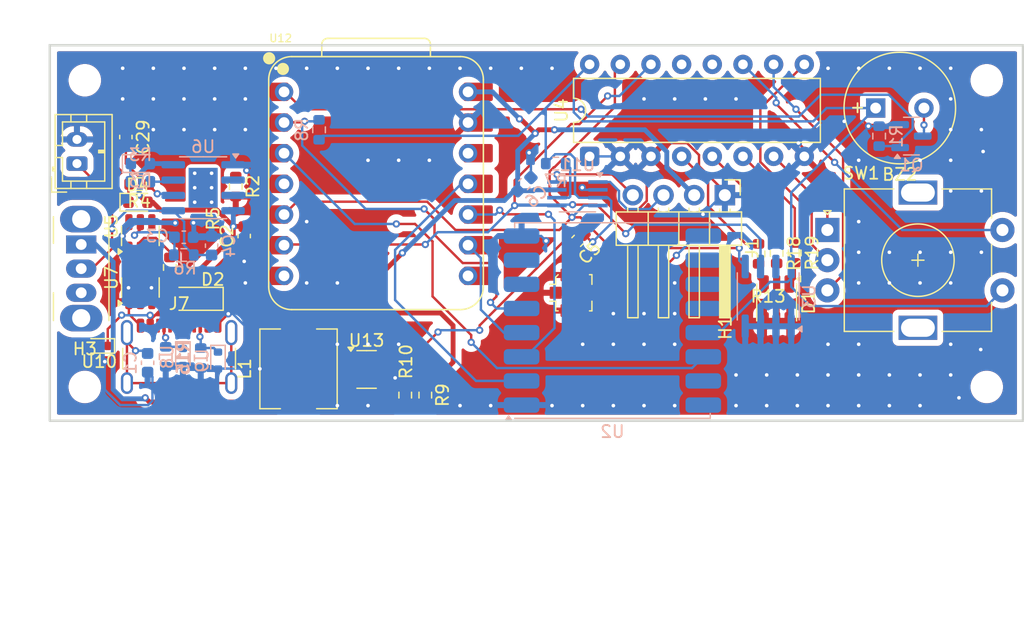
<source format=kicad_pcb>
(kicad_pcb (version 20241229) (generator "pcbnew") (generator_version "9.0")
  (layers (0 "F.Cu" signal) (2 "B.Cu" signal) (13 "F.Paste" user) (15 "B.Paste" user) (5 "F.SilkS" user "F.Silkscreen") (7 "B.SilkS" user "B.Silkscreen") (1 "F.Mask" user) (3 "B.Mask" user) (25 "Edge.Cuts" user))
  (net 0 "")
  (net 1 "Net-(BZ2--)")
  (net 2 "+3.3V")
  (net 3 "Net-(J7-SHIELD)")
  (net 4 "GND")
  (net 5 "Net-(U5-VCC)")
  (net 6 "Net-(D1-BA)")
  (net 7 "Net-(D1-RA)")
  (net 8 "Net-(D1-GA)")
  (net 9 "+5V")
  (net 10 "Net-(D3-K)")
  (net 11 "Net-(D4-K)")
  (net 12 "SDA")
  (net 13 "SCL")
  (net 16 "Net-(J7-CC1)")
  (net 17 "Net-(J7-CC2)")
  (net 22 "BUZZER")
  (net 23 "Net-(U6-PROG)")
  (net 24 "Net-(U6-~{CHRG})")
  (net 25 "Net-(U6-~{STDBY})")
  (net 26 "Net-(U5-CS)")
  (net 27 "2R")
  (net 28 "2G")
  (net 29 "2B")
  (net 39 "Net-(U5-OD)")
  (net 41 "Net-(U5-OC)")
  (net 43 "vbus")
  (net 44 "Bat")
  (net 45 "Net-(J3-In)")
  (net 46 "CS")
  (net 47 "RotSwit")
  (net 48 "RotB")
  (net 49 "RotC")
  (net 50 "RotA")
  (net 53 "INT")
  (net 54 "MOSI")
  (net 55 "MISO")
  (net 56 "SCK")
  (net 57 "Net-(U7-D1)")
  (net 58 "Net-(J1-Pin_3)")
  (net 59 "Net-(J1-Pin_4)")
  (net 60 "Net-(U13-SW)")
  (net 61 "Net-(U11-OE)")
  (net 62 "Net-(U13-V_{FB})")
  (footprint "Package_TO_SOT_SMD:SOT-23-6" (layer "F.Cu") (at 125.9 111.2625 90)
    (property "Reference" "U7")
    (property "Value" "~")
  )
  (footprint "Package_TO_SOT_SMD:SOT-23-6" (layer "F.Cu") (at 125.899999 106.987501 90)
    (property "Reference" "U5")
    (property "Value" "DW01A" (hide yes))
  )
  (footprint "Resistor_SMD:R_0603_1608Metric" (layer "F.Cu") (at 125.8 102.7 180)
    (property "Reference" "R4")
    (property "Value" "1k")
  )
  (footprint "Resistor_SMD:R_0603_1608Metric" (layer "F.Cu") (at 133.8 102.9 -90)
    (property "Reference" "R2")
    (property "Value" "2k")
  )
  (footprint "Resistor_SMD:R_0603_1608Metric" (layer "F.Cu") (at 177.099999 108.475001 -90)
    (property "Reference" "R13")
    (property "Value" "220")
  )
  (footprint "MountingHole:MountingHole_2.2mm_M2" (layer "F.Cu") (at 121.3 94.1)
    (property "Reference" "H4" (hide yes))
    (property "Value" "MountingHole")
  )
  (footprint "Package_DIP:DIP-16_W7.62mm" (layer "F.Cu") (at 163.11 100.405 90)
    (property "Reference" "U4")
    (property "Value" "PCF8574AP")
  )
  (footprint "SEEED Xiao:XIAO-SAMD21-DIP" (layer "F.Cu") (at 145.52 102.6175)
    (property "Reference" "U12")
    (property "Value" "XIAO-SAMD21-DIP")
  )
  (footprint "Diode_SMD:Nexperia_CFP3_SOD-123W" (layer "F.Cu") (at 130.5 112.2 180)
    (property "Reference" "D2")
    (property "Value" "PMEG6020ER" (hide yes))
  )
  (footprint "Inductor_SMD:L_6.3x6.3_H3" (layer "F.Cu") (at 139 118 90)
    (property "Reference" "L1")
    (property "Value" "L")
  )
  (footprint "Connector_USB:USB_C_Receptacle_GCT_USB4105-xx-A_16P_TopMnt_Horizontal" (layer "F.Cu") (at 129.11 118.105)
    (property "Reference" "J7")
    (property "Value" "USB_C_Receptacle_USB2.0_16P" (hide yes))
  )
  (footprint "Buzzer_Beeper:MagneticBuzzer_PUI_AT-0927-TT-6-R" (layer "F.Cu") (at 186.799999 96.4)
    (property "Reference" "BZ2")
    (property "Value" "Buzzer")
  )
  (footprint "Rotary_Encoder:RotaryEncoder_Alps_EC11E-Switch_Vertical_H20mm" (layer "F.Cu") (at 182.8 106.5)
    (property "Reference" "SW1")
    (property "Value" "RotaryEncoder_Switch" (hide yes))
  )
  (footprint "Package_TO_SOT_SMD:SOT-23-6" (layer "F.Cu") (at 144.6375 118.05)
    (property "Reference" "U13")
    (property "Value" "MCP1640Cx-xCHY" (hide yes))
  )
  (footprint "Connector_PinHeader_2.54mm:PinHeader_1x04_P2.54mm_Horizontal" (layer "F.Cu") (at 174.31 103.615 -90)
    (property "Reference" "J1")
    (property "Value" "I2C LCD")
  )
  (footprint "Capacitor_SMD:C_0603_1608Metric" (layer "F.Cu") (at 124.7 98.8 -90)
    (property "Reference" "C29")
    (property "Value" "3")
  )
  (footprint "Resistor_SMD:R_0603_1608Metric" (layer "F.Cu") (at 180.099999 108.4 -90)
    (property "Reference" "R19")
    (property "Value" "220")
  )
  (footprint "Connector_Coaxial:U.FL_Molex_MCRF_73412-0110_Vertical" (layer "F.Cu") (at 161.8 111.7 90)
    (property "Reference" "J3" (hide yes))
    (property "Value" "Conn_Coaxial")
  )
  (footprint "Capacitor_SMD:C_0603_1608Metric" (layer "F.Cu") (at 134.5 107 90)
    (property "Reference" "C2")
    (property "Value" "4n7")
  )
  (footprint "Connector_JST:JST_PH_B2B-PH-K_1x02_P2.00mm_Vertical" (layer "F.Cu") (at 120.65 101 90)
    (property "Reference" "J2" (hide yes))
    (property "Value" "Conn_01x02_Pin" (hide yes))
  )
  (footprint "Resistor_SMD:R_0603_1608Metric" (layer "F.Cu") (at 178.599998 108.44 -90)
    (property "Reference" "R18")
    (property "Value" "220")
  )
  (footprint "MountingHole:MountingHole_2.2mm_M2" (layer "F.Cu") (at 121.3 119.5)
    (property "Reference" "H3")
    (property "Value" "MountingHole" (hide yes))
  )
  (footprint "Capacitor_SMD:C_0603_1608Metric" (layer "F.Cu") (at 162.1 107.4 -135)
    (property "Reference" "C5")
    (property "Value" "4u7")
  )
  (footprint "Resistor_SMD:R_0603_1608Metric" (layer "F.Cu") (at 149.5 120.175 -90)
    (property "Reference" "R9")
    (property "Value" "976k" (hide yes))
  )
  (footprint "Diode_SMD:D_SOD-523" (layer "F.Cu") (at 122.5 116.1 180)
    (property "Reference" "U10")
    (property "Value" "TPD1E05U06DYA" (hide yes))
  )
  (footprint "Button_Switch_THT:SW_Slide_SPDT_Angled_CK_OS102011MA1Q" (layer "F.Cu") (at 121 107.7 -90)
    (property "Reference" "SW2" (hide yes))
    (property "Value" "SW_SPDT" (hide yes))
  )
  (footprint "Resistor_SMD:R_0603_1608Metric" (layer "F.Cu") (at 128.341443 109.6 -90)
    (property "Reference" "R5")
    (property "Value" "1k")
  )
  (footprint "LED_SMD:LED_ROHM_SMLVN6" (layer "F.Cu") (at 178.6 112.5 -90)
    (property "Reference" "D1")
    (property "Value" "SMLVN6RGB")
  )
  (footprint "MountingHole:MountingHole_2.2mm_M2" (layer "F.Cu") (at 196 119.5)
    (property "Reference" "H1")
    (property "Value" "MountingHole" (hide yes))
  )
  (footprint "Resistor_SMD:R_0603_1608Metric" (layer "F.Cu") (at 147.83744 120.174999 90)
    (property "Reference" "R10")
    (property "Value" "309k" (hide yes))
  )
  (footprint "MountingHole:MountingHole_2.2mm_M2" (layer "F.Cu") (at 196 94.1)
    (property "Reference" "H2" (hide yes))
    (property "Value" "MountingHole" (hide yes))
  )
  (footprint "LED_SMD:LED_0603_1608Metric" (layer "F.Cu") (at 125.7 104.2)
    (property "Reference" "D4")
    (property "Value" "LED")
  )
  (footprint "Resistor_SMD:R_0603_1608Metric" (layer "B.Cu") (at 187.0875 98.725 90)
    (property "Reference" "R1")
    (property "Value" "2k2")
  )
  (footprint "Package_SO:SSOP-8_2.95x2.8mm_P0.65mm" (layer "B.Cu") (at 162.1 103.5 180)
    (property "Reference" "U11")
    (property "Value" "TXS0102DCT")
  )
  (footprint "Diode_SMD:D_SOD-523" (layer "B.Cu") (at 129.422687 117.017494 -90)
    (property "Reference" "U8")
    (property "Value" "TPD1E05U06DYA")
  )
  (footprint "Resistor_SMD:R_0603_1608Metric" (layer "B.Cu") (at 130.9 117.1 -90)
    (property "Reference" "R16")
    (property "Value" "5k1")
  )
  (footprint "Resistor_SMD:R_0603_1608Metric" (layer "B.Cu") (at 129.5 108.57)
    (property "Reference" "R6")
    (property "Value" "100")
  )
  (footprint "Package_TO_SOT_SMD:SOT-23" (layer "B.Cu") (at 189.7625 98.725)
    (property "Reference" "Q1")
    (property "Value" "BSS138")
  )
  (footprint "Capacitor_SMD:C_0603_1608Metric" (layer "B.Cu") (at 157.7 102.7 45)
    (property "Reference" "C6")
    (property "Value" "10u")
  )
  (footprint "Capacitor_SMD:C_0603_1608Metric" (layer "B.Cu") (at 126.5 117.5 -90)
    (property "Reference" "C1")
    (property "Value" "10n")
  )
  (footprint "Resistor_SMD:R_0603_1608Metric" (layer "B.Cu") (at 160.3 101)
    (property "Reference" "R7")
    (property "Value" "10k")
  )
  (footprint "Package_SO:SOIC-8_3.9x4.9mm_P1.27mm" (layer "B.Cu") (at 177.899999 112.000001 90)
    (property "Reference" "U3")
    (property "Value" "24LC256")
  )
  (footprint "LED_SMD:LED_0603_1608Metric" (layer "B.Cu") (at 125.9 101)
    (property "Reference" "D3")
    (property "Value" "LED")
  )
  (footprint "Diode_SMD:D_SOD-523" (layer "B.Cu") (at 132.327927 117.313528 -90)
    (property "Reference" "U9")
    (property "Value" "TPD1E05U06DYA")
  )
  (footprint "Resistor_SMD:R_0603_1608Metric" (layer "B.Cu") (at 140.7 98.2 -90)
    (property "Reference" "R8")
    (property "Value" "10k")
  )
  (footprint "Resistor_SMD:R_0603_1608Metric" (layer "B.Cu") (at 128 117 90)
    (property "Reference" "R15")
    (property "Value" "5k1")
  )
  (footprint "Resistor_SMD:R_0603_1608Metric" (layer "B.Cu") (at 125.9 102.5 180)
    (property "Reference" "R3")
    (property "Value" "1k")
  )
  (footprint "Capacitor_SMD:C_0603_1608Metric" (layer "B.Cu") (at 129.5 107.1)
    (property "Reference" "C3")
    (property "Value" "3")
  )
  (footprint "Package_SO:SOIC-8-1EP_3.9x4.9mm_P1.27mm_EP2.41x3.3mm_ThermalVias" (layer "B.Cu") (at 131.1 103 180)
    (property "Reference" "U6")
    (property "Value" "TP4056-42-ESOP8")
  )
  (footprint "Capacitor_SMD:C_0603_1608Metric" (layer "B.Cu") (at 131.8 107.8 90)
    (property "Reference" "C4")
    (property "Value" "10u")
  )
  (footprint "RF_Module:HOPERF_RFM9XW_SMD" (layer "B.Cu") (at 165 114)
    (property "Reference" "U2")
    (property "Value" "RFM95W-915S2")
  )
  (gr_rect (start 118.4 91.2) (end 199 122.3) (stroke (width 0.2)) (fill no) (layer "Edge.Cuts"))
  (segment (start 190.799999 96.4) (end 190.8 97.8) (width 0.2) (layer "F.Cu") (net 1))
  (via (at 190.8 97.8) (size 0.6) (drill 0.3) (layers "F.Cu" "B.Cu") (net 1))
  (segment (start 190.8 97.8) (end 190.8 98.625) (width 0.2) (layer "B.Cu") (net 1))
  (segment (start 190.8 98.625) (end 190.7 98.725) (width 0.2) (layer "B.Cu") (net 1))
  (segment (start 145.072532 117.1) (end 144.6 117.572532) (width 0.4) (layer "F.Cu") (net 2))
  (segment (start 154 114.8) (end 154 114.4) (width 0.2) (layer "F.Cu") (net 2))
  (segment (start 163.375028 107.475028) (end 163.271044 107.475028) (width 0.2) (layer "F.Cu") (net 2))
  (segment (start 144.6 117.572532) (end 144.6 118.562499) (width 0.4) (layer "F.Cu") (net 2))
  (segment (start 140.75 119) (end 139 120.75) (width 0.4) (layer "F.Cu") (net 2))
  (segment (start 144.162499 119) (end 143.5 119) (width 0.2) (layer "F.Cu") (net 2))
  (segment (start 145.775 117.1) (end 145.072532 117.1) (width 0.2) (layer "F.Cu") (net 2))
  (segment (start 143.5 119) (end 140.75 119) (width 0.4) (layer "F.Cu") (net 2))
  (segment (start 150.55 114.95) (end 148.4 117.1) (width 0.2) (layer "F.Cu") (net 2))
  (segment (start 148.4 117.1) (end 145.775 117.1) (width 0.2) (layer "F.Cu") (net 2))
  (segment (start 144.6 118.562499) (end 144.162499 119) (width 0.4) (layer "F.Cu") (net 2))
  (segment (start 161.548008 106.851992) (end 162.648008 106.851992) (width 0.2) (layer "F.Cu") (net 2))
  (segment (start 154 114.4) (end 161.548008 106.851992) (width 0.2) (layer "F.Cu") (net 2))
  (segment (start 126.65 120.75) (end 126.3 120.4) (width 0.4) (layer "F.Cu") (net 2))
  (segment (start 139 120.75) (end 126.65 120.75) (width 0.4) (layer "F.Cu") (net 2))
  (segment (start 163.271044 107.475028) (end 162.648008 106.851992) (width 0.2) (layer "F.Cu") (net 2))
  (via (at 126.3 120.4) (size 0.6) (drill 0.3) (layers "F.Cu" "B.Cu") (net 2))
  (via (at 150.55 114.95) (size 0.6) (drill 0.3) (layers "F.Cu" "B.Cu") (net 2))
  (via (at 163.375028 107.475028) (size 0.6) (drill 0.3) (layers "F.Cu" "B.Cu") (net 2))
  (via (at 154 114.8) (size 0.6) (drill 0.3) (layers "F.Cu" "B.Cu") (net 2))
  (segment (start 159.475 101) (end 159.475 97) (width 0.2) (layer "B.Cu") (net 2))
  (segment (start 172.525 115) (end 173.853032 115) (width 0.2) (layer "B.Cu") (net 2))
  (segment (start 159.475 101) (end 160.251 100.224) (width 0.2) (layer "B.Cu") (net 2))
  (segment (start 182.7329 96.4) (end 186.799999 96.4) (width 0.2) (layer "B.Cu") (net 2))
  (segment (start 123.651 119.715206) (end 123.651 109.151) (width 0.4) (layer "B.Cu") (net 2))
  (segment (start 140.7 99.025) (end 141.025 98.7) (width 0.2) (layer "B.Cu") (net 2))
  (segment (start 195.999 112.801) (end 181.39603 112.801) (width 0.2) (layer "B.Cu") (net 2))
  (segment (start 126.3 120.4) (end 126.219 120.481) (width 0.4) (layer "B.Cu") (net 2))
  (segment (start 158.9475 96.9475) (end 159.0475 96.8475) (width 0.2) (layer "B.Cu") (net 2))
  (segment (start 160.251 100.224) (end 161.538064 100.224) (width 0.2) (layer "B.Cu") (net 2))
  (segment (start 179.804999 110.5) (end 179.804999 109.525001) (width 0.2) (layer "B.Cu") (net 2))
  (segment (start 161.799 96.748943) (end 162.552057 97.502) (width 0.2) (layer "B.Cu") (net 2))
  (segment (start 159.3225 96.8475) (end 159.475 97) (width 0.2) (layer "B.Cu") (net 2))
  (segment (start 179.804999 111.209969) (end 179.804999 109.525001) (width 0.2) (layer "B.Cu") (net 2))
  (segment (start 159.3225 96.6225) (end 159.2975 96.5975) (width 0.2) (layer "B.Cu") (net 2))
  (segment (start 179.804999 109.525001) (end 179.804999 103.395) (width 0.2) (layer "B.Cu") (net 2))
  (segment (start 158.9475 96.9525) (end 158.9475 96.9475) (width 0.2) (layer "B.Cu") (net 2))
  (segment (start 123.651 109.151) (end 122 107.5) (width 0.4) (layer "B.Cu") (net 2))
  (segment (start 164.901 104.101) (end 164.625 103.825) (width 0.2) (layer "B.Cu") (net 2))
  (segment (start 162.552057 97.502) (end 181.6309 97.502) (width 0.2) (layer "B.Cu") (net 2))
  (segment (start 179.804999 103.395) (end 186.799999 96.4) (width 0.2) (layer "B.Cu") (net 2))
  (segment (start 122 107.5) (end 121.5 107.5) (width 0.4) (layer "B.Cu") (net 2))
  (segment (start 178.052031 110.801001) (end 179.503998 110.801001) (width 0.2) (layer "B.Cu") (net 2))
  (segment (start 159.475 97) (end 159.475 96.42) (width 0.2) (layer "B.Cu") (net 2))
  (segment (start 181.39603 112.801) (end 179.804999 111.209969) (width 0.2) (layer "B.Cu") (net 2))
  (segment (start 158.9475 96.9475) (end 159.2975 96.5975) (width 0.2) (layer "B.Cu") (net 2))
  (segment (start 124.416794 120.481) (end 123.651 119.715206) (width 0.4) (layer "B.Cu") (net 2))
  (segment (start 163.11 92.785) (end 161.799 94.096) (width 0.2) (layer "B.Cu") (net 2))
  (segment (start 159.9975 95.8975) (end 163.11 92.785) (width 0.2) (layer "B.Cu") (net 2))
  (segment (start 164.625 103.825) (end 163.8 103.825) (width 0.2) (layer "B.Cu") (net 2))
  (segment (start 179.503998 110.801001) (end 179.804999 110.5) (width 0.2) (layer "B.Cu") (net 2))
  (segment (start 161.799 94.096) (end 161.799 96.748943) (width 0.2) (layer "B.Cu") (net 2))
  (segment (start 161.901 103.501) (end 162.225 103.825) (width 0.2) (layer "B.Cu") (net 2))
  (segment (start 181.6309 97.502) (end 182.7329 96.4) (width 0.2) (layer "B.Cu") (net 2))
  (segment (start 161.538064 100.224) (end 161.901 100.586936) (width 0.2) (layer "B.Cu") (net 2))
  (segment (start 150.55 114.95) (end 150.7 114.8) (width 0.2) (layer "B.Cu") (net 2))
  (segment (start 159.3225 96.8475) (end 159.3225 96.6225) (width 0.2) (layer "B.Cu") (net 2))
  (segment (start 159.475 96.42) (end 159.9975 95.8975) (width 0.2) (layer "B.Cu") (net 2))
  (segment (start 150.7 114.8) (end 154 114.8) (width 0.2) (layer "B.Cu") (net 2))
  (segment (start 157.2 98.7) (end 158.9475 96.9525) (width 0.2) (layer "B.Cu") (net 2))
  (segment (start 159.0475 96.8475) (end 159.3225 96.8475) (width 0.2) (layer "B.Cu") (net 2))
  (segment (start 163.375028 107.475028) (end 164.901 105.949057) (width 0.2) (layer "B.Cu") (net 2))
  (segment (start 161.901 100.586936) (end 161.901 103.501) (width 0.2) (layer "B.Cu") (net 2))
  (segment (start 141.025 98.7) (end 157.2 98.7) (width 0.2) (layer "B.Cu") (net 2))
  (segment (start 164.901 105.949057) (end 164.901 104.101) (width 0.2) (layer "B.Cu") (net 2))
  (segment (start 173.853032 115) (end 178.052031 110.801001) (width 0.2) (layer "B.Cu") (net 2))
  (segment (start 197.3 111.5) (end 195.999 112.801) (width 0.2) (layer "B.Cu") (net 2))
  (segment (start 126.219 120.481) (end 124.416794 120.481) (width 0.4) (layer "B.Cu") (net 2))
  (segment (start 159.2975 96.5975) (end 159.9975 95.8975) (width 0.2) (layer "B.Cu") (net 2))
  (segment (start 162.225 103.825) (end 163.8 103.825) (width 0.2) (layer "B.Cu") (net 2))
  (segment (start 124.79 115) (end 124.79 115.79) (width 0.2) (layer "F.Cu") (net 3))
  (segment (start 124.79 115.79) (end 125.5 116.5) (width 0.2) (layer "F.Cu") (net 3))
  (segment (start 124.79 119.18) (end 124.79 115) (width 0.2) (layer "F.Cu") (net 3))
  (segment (start 133.43 119.18) (end 124.79 119.18) (width 0.2) (layer "F.Cu") (net 3))
  (segment (start 133.43 115) (end 133.43 119.18) (width 0.2) (layer "F.Cu") (net 3))
  (via (at 125.5 116.5) (size 0.6) (drill 0.3) (layers "F.Cu" "B.Cu") (net 3))
  (segment (start 126.275 116.5) (end 126.5 116.725) (width 0.2) (layer "B.Cu") (net 3))
  (segment (start 125.5 116.5) (end 126.275 116.5) (width 0.2) (layer "B.Cu") (net 3))
  (segment (start 143.5 118.05) (end 135.85 118.05) (width 0.2) (layer "F.Cu") (net 4))
  (segment (start 158.1 100.1) (end 155.6 97.6) (width 0.2) (layer "F.Cu") (net 4))
  (segment (start 167.030473 104.902287) (end 165.501 104.902287) (width 0.2) (layer "F.Cu") (net 4))
  (segment (start 180.89 100.405) (end 180.89 99.79) (width 0.2) (layer "F.Cu") (net 4))
  (segment (start 126.849999 112.4) (end 128.341443 110.908556) (width 0.2) (layer "F.Cu") (net 4))
  (segment (start 132.31 114.425) (end 132.31 114.317362) (width 0.2) (layer "F.Cu") (net 4))
  (segment (start 167.841 104.09176) (end 167.030473 104.902287) (width 0.2) (layer "F.Cu") (net 4))
  (segment (start 163.584492 102.985779) (end 165.501 104.902287) (width 0.2) (layer "F.Cu") (net 4))
  (segment (start 172.169 101.19905) (end 172.169 100.28695) (width 0.2) (layer "F.Cu") (net 4))
  (segment (start 124.919255 112.369254) (end 124.950001 112.4) (width 0.2) (layer "F.Cu") (net 4))
  (segment (start 167.841 102.596) (end 167.841 104.09176) (width 0.2) (layer "F.Cu") (net 4))
  (segment (start 174.31 103.34005) (end 172.169 101.19905) (width 0.2) (layer "F.Cu") (net 4))
  (segment (start 126.849999 111.318244) (end 126.819255 111.2875) (width 0.2) (layer "F.Cu") (net 4))
  (segment (start 174.31 103.615) (end 174.31 103.34005) (width 0.2) (layer "F.Cu") (net 4))
  (segment (start 180.89 99.79) (end 180.4 99.3) (width 0.2) (layer "F.Cu") (net 4))
  (segment (start 162.501 102.985779) (end 163.584492 102.985779) (width 0.2) (layer "F.Cu") (net 4))
  (segment (start 165.65 100.405) (end 167.841 102.596) (width 0.2) (layer "F.Cu") (net 4))
  (segment (start 126.849999 112.4) (end 126.849999 111.318244) (width 0.2) (layer "F.Cu") (net 4))
  (segment (start 124.95 106.462083) (end 124.95 105.850001) (width 0.2) (layer "F.Cu") (net 4))
  (segment (start 172.169 100.28695) (end 171.18605 99.304) (width 0.2) (layer "F.Cu") (net 4))
  (segment (start 129.117443 109.649) (end 128.341443 110.425) (width 0.2) (layer "F.Cu") (net 4))
  (segment (start 155.6 97.6) (end 153.875 97.6) (width 0.2) (layer "F.Cu") (net 4))
  (segment (start 124.412083 107) (end 124.95 106.462083) (width 0.2) (layer "F.Cu") (net 4))
  (segment (start 129.117443 107.082557) (end 129.117443 109.649) (width 0.2) (layer "F.Cu") (net 4))
  (segment (start 124.919255 111.2875) (end 124.919255 112.369254) (width 0.2) (layer "F.Cu") (net 4))
  (segment (start 128.341443 110.908556) (end 128.341443 110.425) (width 0.2) (layer "F.Cu") (net 4))
  (segment (start 169.291 99.304) (end 168.19 100.405) (width 0.2) (layer "F.Cu") (net 4))
  (segment (start 121.8 116.249) (end 122.951 117.4) (width 0.2) (layer "F.Cu") (net 4))
  (segment (start 134.175 103.725) (end 133.8 103.725) (width 0.2) (layer "F.Cu") (net 4))
  (segment (start 124.950001 113.465001) (end 124.950001 112.4) (width 0.2) (layer "F.Cu") (net 4))
  (segment (start 147.599999 119.349999) (end 147 118.75) (width 0.2) (layer "F.Cu") (net 4))
  (segment (start 171.18605 99.304) (end 169.291 99.304) (width 0.2) (layer "F.Cu") (net 4))
  (segment (start 185.8 97.5) (end 184.2 97.5) (width 0.2) (layer "F.Cu") (net 4))
  (segment (start 130.285735 105.914265) (end 130.3 105.9) (width 0.2) (layer "F.Cu") (net 4))
  (segment (start 135.85 118.05) (end 135.8 118) (width 0.2) (layer "F.Cu") (net 4))
  (segment (start 130.3 105.9) (end 129.117443 107.082557) (width 0.2) (layer "F.Cu") (net 4))
  (segment (start 128.785735 105.914265) (end 130.285735 105.914265) (width 0.2) (layer "F.Cu") (net 4))
  (segment (start 121.8 116.1) (end 121.8 116.249) (width 0.2) (layer "F.Cu") (net 4))
  (segment (start 124.4 107) (end 124.412083 107) (width 0.2) (layer "F.Cu") (net 4))
  (segment (start 147.83744 119.349999) (end 147.599999 119.349999) (width 0.2) (layer "F.Cu") (net 4))
  (segment (start 186.2 97.9) (end 185.8 97.5) (width 0.2) (layer "F.Cu") (net 4))
  (segment (start 132.31 114.317362) (end 133.182527 113.444835) (width 0.2) (layer "F.Cu") (net 4))
  (segment (start 125.91 114.425) (end 124.950001 113.465001) (width 0.2) (layer "F.Cu") (net 4))
  (via (at 185.395 108.3455) (size 0.6) (drill 0.3) (layers "F.Cu" "B.Cu") (net 4))
  (via (at 185.395 118.5055) (size 0.6) (drill 0.3) (layers "F.Cu" "B.Cu") (net 4))
  (via (at 170.155 95.6455) (size 0.6) (drill 0.3) (layers "F.Cu" "B.Cu") (net 4))
  (via (at 177.775 118.5055) (size 0.6) (drill 0.3) (layers "F.Cu" "B.Cu") (net 4))
  (via (at 149.835 100.7255) (size 0.6) (drill 0.3) (layers "F.Cu" "B.Cu") (net 4))
  (via (at 124.435 93.1055) (size 0.6) (drill 0.3) (layers "F.Cu" "B.Cu") (net 4))
  (via (at 128.785735 105.914265) (size 0.6) (drill 0.3) (layers "F.Cu" "B.Cu") (net 4))
  (via (at 122.951 117.4) (size 0.6) (drill 0.3) (layers "F.Cu" "B.Cu") (net 4))
  (via (at 184.2 97.5) (size 0.6) (drill 0.3) (layers "F.Cu" "B.Cu") (net 4))
  (via (at 193.015 110.8855) (size 0.6) (drill 0.3) (layers "F.Cu" "B.Cu") (net 4))
  (via (at 144.755 93.1055) (size 0.6) (drill 0.3) (layers "F.Cu" "B.Cu") (net 4))
  (via (at 193.7 120.4) (size 0.6) (drill 0.3) (layers "F.Cu" "B.Cu") (net 4))
  (via (at 134.595 110.8855) (size 0.6) (drill 0.3) (layers "F.Cu" "B.Cu") (net 4))
  (via (at 195.7 100) (size 0.6) (drill 0.3) (layers "F.Cu" "B.Cu") (net 4))
  (via (at 132.055 98.1855) (size 0.6) (drill 0.3) (layers "F.Cu" "B.Cu") (net 4))
  (via (at 195.5 116.4) (size 0.6) (drill 0.3) (layers "F.Cu" "B.Cu") (net 4))
  (via (at 182.855 115.9655) (size 0.6) (drill 0.3) (layers "F.Cu" "B.Cu") (net 4))
  (via (at 165.075 115.9655) (size 0.6) (drill 0.3) (layers "F.Cu" "B.Cu") (net 4))
  (via (at 187.935 108.3455) (size 0.6) (drill 0.3) (layers "F.Cu" "B.Cu") (net 4))
  (via (at 190.475 110.8855) (size 0.6) (drill 0.3) (layers "F.Cu" "B.Cu") (net 4))
  (via (at 142.215 115.9655) (size 0.6) (drill 0.3) (layers "F.Cu" "B.Cu") (net 4))
  (via (at 134.707874 101.567967) (size 0.6) (drill 0.3) (layers "F.Cu" "B.Cu") (net 4))
  (via (at 190.475 100.7255) (size 0.6) (drill 0.3) (layers "F.Cu" "B.Cu") (net 4))
  (via (at 129.515 95.6455) (size 0.6) (drill 0.3) (layers "F.Cu" "B.Cu") (net 4))
  (via (at 147 118.75) (size 0.6) (drill 0.3) (layers "F.Cu" "B.Cu") (net 4))
  (via (at 126.975 98.1855) (size 0.6) (drill 0.3) (layers "F.Cu" "B.Cu") (net 4))
  (via (at 159.995 93.1055) (size 0.6) (drill 0.3) (layers "F.Cu" "B.Cu") (net 4))
  (via (at 195.555 108.3455) (size 0.6) (drill 0.3) (layers "F.Cu" "B.Cu") (net 4))
  (via (at 175.235 118.5055) (size 0.6) (drill 0.3) (layers "F.Cu" "B.Cu") (net 4))
  (via (at 167.615 113.4255) (size 0.6) (drill 0.3) (layers "F.Cu" "B.Cu") (net 4))
  (via (at 126.975 95.6455) (size 0.6) (drill 0.3) (layers "F.Cu" "B.Cu") (net 4))
  (via (at 139.675 93.1055) (size 0.6) (drill 0.3) (layers "F.Cu" "B.Cu") (net 4))
  (via (at 187.935 118.5055) (size 0.6) (drill 0.3) (layers "F.Cu" "B.Cu") (net 4))
  (via (at 190.475 118.5055) (size 0.6) (drill 0.3) (layers "F.Cu" "B.Cu") (net 4))
  (via (at 124.919255 111.2875) (size 0.6) (drill 0.3) (layers "F.Cu" "B.Cu") (net 4))
  (via (at 170.155 121.0455) (size 0.6) (drill 0.3) (layers "F.Cu" "B.Cu") (net 4))
  (via (at 172.695 95.6455) (size 0.6) (drill 0.3) (layers "F.Cu" "B.Cu") (net 4))
  (via (at 126.975 93.1055) (size 0.6) (drill 0.3) (layers "F.Cu" "B.Cu") (net 4))
  (via (at 193.015 100.7255) (size 0.6) (drill 0.3) (layers "F.Cu" "B.Cu") (net 4))
  (via (at 147.295 115.9655) (size 0.6) (drill 0.3) (layers "F.Cu" "B.Cu") (net 4))
  (via (at 144.755 100.7255) (size 0.6) (drill 0.3) (layers "F.Cu" "B.Cu") (net 4))
  (via (at 132.055 95.6455) (size 0.6) (drill 0.3) (layers "F.Cu" "B.Cu") (net 4))
  (via (at 175.235 121.0455) (size 0.6) (drill 0.3) (layers "F.Cu" "B.Cu") (net 4))
  (via (at 147.295 93.1055) (size 0.6) (drill 0.3) (layers "F.Cu" "B.Cu") (net 4))
  (via (at 187.935 93.1055) (size 0.6) (drill 0.3) (layers "F.Cu" "B.Cu") (net 4))
  (via (at 157.455 93.1055) (size 0.6) (drill 0.3) (layers "F.Cu" "B.Cu") (net 4))
  (via (at 182.855 118.5055) (size 0.6) (drill 0.3) (layers "F.Cu" "B.Cu") (net 4))
  (via (at 124.435 95.6455) (size 0.6) (drill 0.3) (layers "F.Cu" "B.Cu") (net 4))
  (via (at 193.015 115.9655) (size 0.6) (drill 0.3) (layers "F.Cu" "B.Cu") (net 4))
  (via (at 195.555 98.1855) (size 0.6) (drill 0.3) (layers "F.Cu" "B.Cu") (net 4))
  (via (at 190.475 121.0455) (size 0.6) (drill 0.3) (layers "F.Cu" "B.Cu") (net 4))
  (via (at 190.475 93.1055) (size 0.6) (drill 0.3) (layers "F.Cu" "B.Cu") (net 4))
  (via (at 193.015 98.1855) (size 0.6) (drill 0.3) (layers "F.Cu" "B.Cu") (net 4))
  (via (at 129.515 98.1855) (size 0.6) (drill 0.3) (layers "F.Cu" "B.Cu") (net 4))
  (via (at 180.4 99.3) (size 0.6) (drill 0.3) (layers "F.Cu" "B.Cu") (net 4))
  (via (at 134.595 93.1055) (size 0.6) (drill 0.3) (layers "F.Cu" "B.Cu") (net 4))
  (via (at 142.215 93.1055) (size 0.6) (drill 0.3) (layers "F.Cu" "B.Cu") (net 4))
  (via (at 159.5 107.4) (size 0.6) (drill 0.3) (layers "F.Cu" "B.Cu") (net 4))
  (via (at 124.4 107) (size 0.6) (drill 0.3) (layers "F.Cu" "B.Cu") (net 4))
  (via (at 193.015 103.2655) (size 0.6) (drill 0.3) (layers "F.Cu" "B.Cu") (net 4))
  (via (at 193.015 93.1055) (size 0.6) (drill 0.3) (layers "F.Cu" "B.Cu") (net 4))
  (via (at 185.395 115.9655) (size 0.6) (drill 0.3) (layers "F.Cu" "B.Cu") (net 4))
  (via (at 167.615 95.6455) (size 0.6) (drill 0.3) (layers "F.Cu" "B.Cu") (net 4))
  (via (at 193.015 108.3455) (size 0.6) (drill 0.3) (layers "F.Cu" "B.Cu") (net 4))
  (via (at 172.5 105.2) (size 0.6) (drill 0.3) (layers "F.Cu" "B.Cu") (net 4))
  (via (at 195.555 103.2655) (size 0.6) (drill 0.3) (layers "F.Cu" "B.Cu") (net 4))
  (via (at 152.375 121.0455) (size 0.6) (drill 0.3) (layers "F.Cu" "B.Cu") (net 4))
  (via (at 180.315 121.0455) (size 0.6) (drill 0.3) (layers "F.Cu" "B.Cu") (net 4))
  (via (at 182.855 93.1055) (size 0.6) (drill 0.3) (layers "F.Cu" "B.Cu") (net 4))
  (via (at 149.835 93.1055) (size 0.6) (drill 0.3) (layers "F.Cu" "B.Cu") (net 4))
  (via (at 144.755 121.0455) (size 0.6) (drill 0.3) (layers "F.Cu" "B.Cu") (net 4))
  (via (at 167.615 115.9655) (size 0.6) (drill 0.3) (layers "F.Cu" "B.Cu") (net 4))
  (via (at 162.501 102.985779) (size 0.6) (drill 0.3) (layers "F.Cu" "B.Cu") (net 4))
  (via (at 190.475 108.3455) (size 0.6) (drill 0.3) (layers "F.Cu" "B.Cu") (net 4))
  (via (at 175.235 95.6455) (size 0.6) (drill 0.3) (layers "F.Cu" "B.Cu") (net 4))
  (via (at 193.015 118.5055) (size 0.6) (drill 0.3) (layers "F.Cu" "B.Cu") (net 4))
  (via (at 182.855 121.0455) (size 0.6) (drill 0.3) (layers "F.Cu" "B.Cu") (net 4))
  (via (at 134.5 109.1) (size 0.6) (drill 0.3) (layers "F.Cu" "B.Cu") (net 4))
  (via (at 193.015 95.6455) (size 0.6) (drill 0.3) (layers "F.Cu" "B.Cu") (net 4))
  (via (at 185.395 93.1055) (size 0.6) (drill 0.3) (layers "F.Cu" "B.Cu") (net 4))
  (via (at 135.8 118) (size 0.6) (drill 0.3) (layers "F.Cu" "B.Cu") (net 4))
  (via (at 158.1 100.1) (size 0.6) (drill 0.3) (layers "F.Cu" "B.Cu") (net 4))
  (via (at 126.819255 111.2875) (size 0.6) (drill 0.3) (layers "F.Cu" "B.Cu") (net 4))
  (via (at 139.675 105.8055) (size 0.6) (drill 0.3) (layers "F.Cu" "B.Cu") (net 4))
  (via (at 130.3 105.9) (size 0.6) (drill 0.3) (layers "F.Cu" "B.Cu") (net 4))
  (via (at 129.515 93.1055) (size 0.6) (drill 0.3) (layers "F.Cu" "B.Cu") (net 4))
  (via (at 180.315 118.5055) (size 0.6) (drill 0.3) (layers "F.Cu" "B.Cu") (net 4))
  (via (at 147.295 100.7255) (size 0.6) (drill 0.3) (layers "F.Cu" "B.Cu") (net 4))
  (via (at 185.395 110.8855) (size 0.6) (drill 0.3) (layers "F.Cu" "B.Cu") (net 4))
  (via (at 187.935 110.8855) (size 0.6) (drill 0.3) (layers "F.Cu" "B.Cu") (net 4))
  (via (at 134.595 98.1855) (size 0.6) (drill 0.3) (layers "F.Cu" "B.Cu") (net 4))
  (via (at 185.395 121.0455) (size 0.6) (drill 0.3) (layers "F.Cu" "B.Cu") (net 4))
  (via (at 162.535 115.9655) (size 0.6) (drill 0.3) (layers "F.Cu" "B.Cu") (net 4))
  (via (at 185.395 105.8055) (size 0.6) (drill 0.3) (layers "F.Cu" "B.Cu") (net 4))
  (via (at 185.395 100.7255) (size 0.6) (drill 0.3) (layers "F.Cu" "B.Cu") (net 4))
  (via (at 142.215 121.0455) (size 0.6) (drill 0.3) (layers "F.Cu" "B.Cu") (net 4))
  (via (at 144.755 115.9655) (size 0.6) (drill 0.3) (layers "F.Cu" "B.Cu") (net 4))
  (via (at 170.155 110.8855) (size 0.6) (drill 0.3) (layers "F.Cu" "B.Cu") (net 4))
  (via (at 165.075 121.0455) (size 0.6) (drill 0.3) (layers "F.Cu" "B.Cu") (net 4))
  (via (at 154.915 93.1055) (size 0.6) (drill 0.3) (layers "F.Cu" "B.Cu") (net 4))
  (via (at 142.215 110.8855) (size 0.6) (drill 0.3) (layers "F.Cu" "B.Cu") (net 4))
  (via (at 154.915 121.0455) (size 0.6) (drill 0.3) (layers "F.Cu" "B.Cu") (net 4))
  (via (at 170.155 113.4255) (size 0.6) (drill 0.3) (layers "F.Cu" "B.Cu") (net 4))
  (via (at 133.182527 113.444835) (size 0.6) (drill 0.3) (layers "F.Cu" "B.Cu") (net 4))
  (via (at 186.2 97.9) (size 0.6) (drill 0.3) (layers "F.Cu" "B.Cu") (net 4))
  (via (at 162.535 121.0455) (size 0.6) (drill 0.3) (layers "F.Cu" "B.Cu") (net 4))
  (via (at 170.155 115.9655) (size 0.6) (drill 0.3) (layers "F.Cu" "B.Cu") (net 4))
  (via (at 177.775 121.0455) (size 0.6) (drill 0.3) (layers "F.Cu" "B.Cu") (net 4))
  (via (at 152.375 93.1055) (size 0.6) (drill 0.3) (layers "F.Cu" "B.Cu") (net 4))
  (via (at 139.675 110.8855) (size 0.6) (drill 0.3) (layers "F.Cu" "B.Cu") (net 4))
  (via (at 137.135 93.1055) (size 0.6) (drill 0.3) (layers "F.Cu" "B.Cu") (net 4))
  (via (at 132.055 93.1055) (size 0.6) (drill 0.3) (layers "F.Cu" "B.Cu") (net 4))
  (via (at 134.595 95.6455) (size 0.6) (drill 0.3) (layers "F.Cu" "B.Cu") (net 4))
  (via (at 187.935 121.0455) (size 0.6) (drill 0.3) (layers "F.Cu" "B.Cu") (net 4))
  (via (at 167.615 121.0455) (size 0.6) (drill 0.3) (layers "F.Cu" "B.Cu") (net 4))
  (via (at 159.995 121.0455) (size 0.6) (drill 0.3) (layers "F.Cu" "B.Cu") (net 4))
  (via (at 165.075 113.4255) (size 0.6) (drill 0.3) (layers "F.Cu" "B.Cu") (net 4))
  (segment (start 125.5 105.9) (end 128.77147 105.9) (width 0.2) (layer "B.Cu") (net 4))
  (segment (start 130.275 105.925) (end 130.3 105.9) (width 0.2) (layer "B.Cu") (net 4))
  (segment (start 126.819255 111.2875) (end 124.919255 111.2875) (width 0.2) (layer "B.Cu") (net 4))
  (segment (start 135.8 115.687215) (end 135.8 118) (width 0.2) (layer "B.Cu") (net 4))
  (segment (start 163.11 100.405) (end 165.65 100.405) (width 0.2) (layer "B.Cu") (net 4))
  (segment (start 147 118.75) (end 146.25 118) (width 0.2) (layer "B.Cu") (net 4))
  (segment (start 135.779 117.979) (end 132.362455 117.979) (width 0.2) (layer "B.Cu") (net 4))
  (segment (start 134.60505 101.095) (end 133.575 101.095) (width 0.2) (layer "B.Cu") (net 4))
  (segment (start 146.25 118) (end 135.8 118) (width 0.2) (layer "B.Cu") (net 4))
  (segment (start 124.4 107) (end 125.5 105.9) (width 0.2) (layer "B.Cu") (net 4))
  (segment (start 133.182527 113.444835) (end 133.55762 113.444835) (width 0.2) (layer "B.Cu") (net 4))
  (segment (start 130.275 107.1) (end 130.275 105.925) (width 0.2) (layer "B.Cu") (net 4))
  (segment (start 188.8125 97.775) (end 188.7625 97.725) (width 0.2) (layer "B.Cu") (net 4))
  (segment (start 180.4 99.3) (end 182.2 97.5) (width 0.2) (layer "B.Cu") (net 4))
  (segment (start 158.248008 102.151992) (end 158.248008 100.248008) (width 0.2) (layer "B.Cu") (net 4))
  (segment (start 122.951 119.723726) (end 124.228274 121.001) (width 0.2) (layer "B.Cu") (net 4))
  (segment (start 124.228274 121.001) (end 126.548943 121.001) (width 0.2) (layer "B.Cu") (net 4))
  (segment (start 172.5 105.2) (end 174.085 103.615) (width 0.2) (layer "B.Cu") (net 4))
  (segment (start 182.2 97.5) (end 184.2 97.5) (width 0.2) (layer "B.Cu") (net 4))
  (segment (start 135.8 118) (end 135.779 117.979) (width 0.2) (layer "B.Cu") (net 4))
  (segment (start 134.707874 101.567967) (end 134.707874 101.197824) (width 0.2) (layer "B.Cu") (net 4))
  (segment (start 158.248008 100.248008) (end 158.1 100.1) (width 0.2) (layer "B.Cu") (net 4))
  (segment (start 126.548943 121.001) (end 126.901 120.648943) (width 0.2) (layer "B.Cu") (net 4))
  (segment (start 134.707874 101.197824) (end 134.60505 101.095) (width 0.2) (layer "B.Cu") (net 4))
  (segment (start 133.55762 113.444835) (end 135.8 115.687215) (width 0.2) (layer "B.Cu") (net 4))
  (segment (start 157.475 107) (end 159.1 107) (width 0.2) (layer "B.Cu") (net 4))
  (segment (start 122.951 117.4) (end 122.951 119.723726) (width 0.2) (layer "B.Cu") (net 4))
  (segment (start 186.2 97.9) (end 188.7 97.9) (width 0.2) (layer "B.Cu") (net 4))
  (segment (start 126.901 120.648943) (end 126.901 118.676) (width 0.2) (layer "B.Cu") (net 4))
  (segment (start 188.7 97.9) (end 188.825 97.775) (width 0.2) (layer "B.Cu") (net 4))
  (segment (start 162.690221 103.175) (end 162.501 102.985779) (width 0.2) (layer "B.Cu") (net 4))
  (segment (start 159.1 107) (end 159.5 107.4) (width 0.2) (layer "B.Cu") (net 4))
  (segment (start 132.362455 117.979) (end 132.327927 118.013528) (width 0.2) (layer "B.Cu") (net 4))
  (segment (start 174.085 103.615) (end 174.31 103.615) (width 0.2) (layer "B.Cu") (net 4))
  (segment (start 163.8 103.175) (end 162.690221 103.175) (width 0.2) (layer "B.Cu") (net 4))
  (segment (start 126.901 118.676) (end 126.5 118.275) (width 0.2) (layer "B.Cu") (net 4))
  (segment (start 128.77147 105.9) (end 128.785735 105.914265) (width 0.2) (layer "B.Cu") (net 4))
  (segment (start 125.899999 105.850001) (end 125.899999 105.495532) (width 0.2) (layer "F.Cu") (net 5))
  (segment (start 125.899999 106.4482) (end 125.899999 105.850001) (width 0.2) (layer "F.Cu") (net 5))
  (segment (start 125.415473 106.932726) (end 125.899999 106.4482) (width 0.2) (layer "F.Cu") (net 5))
  (via (at 125.415473 106.932726) (size 0.6) (drill 0.3) (layers "F.Cu" "B.Cu") (net 5))
  (segment (start 125.415473 106.932726) (end 125.658974 106.689225) (width 0.2) (layer "B.Cu") (net 5))
  (segment (start 127.574054 106.7) (end 128.325 106.7) (width 0.2) (layer "B.Cu") (net 5))
  (segment (start 128.725 108.52) (end 128.675 108.57) (width 0.2) (layer "B.Cu") (net 5))
  (segment (start 128.725 107.1) (end 128.725 108.52) (width 0.2) (layer "B.Cu") (net 5))
  (segment (start 127.563279 106.689225) (end 127.574054 106.7) (width 0.2) (layer "B.Cu") (net 5))
  (segment (start 125.658974 106.689225) (end 127.563279 106.689225) (width 0.2) (layer "B.Cu") (net 5))
  (segment (start 128.325 106.7) (end 128.725 107.1) (width 0.2) (layer "B.Cu") (net 5))
  (segment (start 180.099999 109.225) (end 180.099999 110.525001) (width 0.2) (layer "F.Cu") (net 6))
  (segment (start 180.099999 110.525001) (end 179.649999 110.975001) (width 0.2) (layer "F.Cu") (net 6))
  (segment (start 178.599998 109.265) (end 178.599999 110.975001) (width 0.2) (layer "F.Cu") (net 7))
  (segment (start 177.599999 110.925001) (end 177.549998 110.975003) (width 0.2) (layer "F.Cu") (net 8))
  (segment (start 177.099999 109.300001) (end 177.099999 110.525001) (width 0.2) (layer "F.Cu") (net 8))
  (segment (start 177.099999 110.525001) (end 177.549998 110.975003) (width 0.2) (layer "F.Cu") (net 8))
  (segment (start 149.5 118.55) (end 150 118.05) (width 0.4) (layer "F.Cu") (net 9))
  (segment (start 145.6 112.776) (end 145 113.376) (width 0.4) (layer "F.Cu") (net 9))
  (segment (start 149.5 119.35) (end 149.5 118.55) (width 0.4) (layer "F.Cu") (net 9))
  (segment (start 145.6 112.776) (end 146.2 113.376) (width 0.4) (layer "F.Cu") (net 9))
  (segment (start 150.767364 113.376) (end 146.2 113.376) (width 0.4) (layer "F.Cu") (net 9))
  (segment (start 150 118.05) (end 151.2 118.05) (width 0.4) (layer "F.Cu") (net 9))
  (segment (start 132.099999 112.5) (end 131.899999 112.3) (width 0.2) (layer "F.Cu") (net 9))
  (segment (start 145.775 118.05) (end 150 118.05) (width 0.4) (layer "F.Cu") (net 9))
  (segment (start 151.2 118.05) (end 151.801 117.449) (width 0.4) (layer "F.Cu") (net 9))
  (segment (start 145.6 112.6) (end 145.6 113.376) (width 0.4) (layer "F.Cu") (net 9))
  (segment (start 158.9 98.2) (end 158.6 98.5) (width 0.4) (layer "F.Cu") (net 9))
  (segment (start 147.6 108.4) (end 145.6 110.4) (width 0.4) (layer "F.Cu") (net 9))
  (segment (start 160.2 98.2) (end 158.9 98.2) (width 0.4) (layer "F.Cu") (net 9))
  (segment (start 157.4 97.3) (end 158.6 98.5) (width 0.4) (layer "F.Cu") (net 9))
  (segment (start 145.6 110.4) (end 145.6 112.6) (width 0.4) (layer "F.Cu") (net 9))
  (segment (start 134.501 113.376) (end 133.325 112.2) (width 0.4) (layer "F.Cu") (net 9))
  (segment (start 146.2 113.376) (end 145.6 113.376) (width 0.4) (layer "F.Cu") (net 9))
  (segment (start 144.9 113.376) (end 134.501 113.376) (width 0.4) (layer "F.Cu") (net 9))
  (segment (start 145 113.376) (end 144.9 113.376) (width 0.4) (layer "F.Cu") (net 9))
  (segment (start 157.3 97.3) (end 157.4 97.3) (width 0.2) (layer "F.Cu") (net 9))
  (segment (start 151.801 114.409636) (end 150.767364 113.376) (width 0.4) (layer "F.Cu") (net 9))
  (segment (start 133.325 112.2) (end 131.899999 112.2) (width 0.4) (layer "F.Cu") (net 9))
  (segment (start 145.6 113.376) (end 144.9 113.376) (width 0.4) (layer "F.Cu") (net 9))
  (segment (start 145.6 112.6) (end 145.6 112.776) (width 0.4) (layer "F.Cu") (net 9))
  (segment (start 151.801 117.449) (end 151.801 114.409636) (width 0.4) (layer "F.Cu") (net 9))
  (via (at 157.3 97.3) (size 0.6) (drill 0.3) (layers "F.Cu" "B.Cu") (net 9))
  (via (at 147.6 108.4) (size 0.6) (drill 0.3) (layers "F.Cu" "B.Cu") (net 9))
  (via (at 160.2 98.2) (size 0.6) (drill 0.3) (layers "F.Cu" "B.Cu") (net 9))
  (via (at 158.6 98.5) (size 0.6) (drill 0.3) (layers "F.Cu" "B.Cu") (net 9))
  (segment (start 156.049264 104.057) (end 156.858256 103.248008) (width 0.4) (layer "B.Cu") (net 9))
  (segment (start 151.943 104.057) (end 147.6 108.4) (width 0.4) (layer "B.Cu") (net 9))
  (segment (start 157.151992 103.248008) (end 157.151992 99.948008) (width 0.4) (layer "B.Cu") (net 9))
  (segment (start 167.683471 98.2) (end 169.5 100.016529) (width 0.4) (layer "B.Cu") (net 9))
  (segment (start 155.06 95.06) (end 157.3 97.3) (width 0.4) (layer "B.Cu") (net 9))
  (segment (start 156.049264 104.057) (end 151.943 104.057) (width 0.4) (layer "B.Cu") (net 9))
  (segment (start 160.4 103.175) (end 158.525 103.175) (width 0.4) (layer "B.Cu") (net 9))
  (segment (start 156.858256 103.248008) (end 157.151992 103.248008) (width 0.4) (layer "B.Cu") (net 9))
  (segment (start 160.2 98.2) (end 167.683471 98.2) (width 0.4) (layer "B.Cu") (net 9))
  (segment (start 169.5 100.016529) (end 169.5 101.345) (width 0.4) (layer "B.Cu") (net 9))
  (segment (start 157.151992 99.948008) (end 158.6 98.5) (width 0.4) (layer "B.Cu") (net 9))
  (segment (start 158.451992 103.248008) (end 157.151992 103.248008) (width 0.4) (layer "B.Cu") (net 9))
  (segment (start 153.04 95.06) (end 155.06 95.06) (width 0.4) (layer "B.Cu") (net 9))
  (segment (start 171.77 103.615) (end 169.5 101.345) (width 0.4) (layer "B.Cu") (net 9))
  (segment (start 158.525 103.175) (end 158.451992 103.248008) (width 0.4) (layer "B.Cu") (net 9))
  (segment (start 125.075 102.5) (end 125.075 101.037499) (width 0.2) (layer "B.Cu") (net 10))
  (segment (start 125.075 101.037499) (end 125.112499 101) (width 0.2) (layer "B.Cu") (net 10))
  (segment (start 124.912499 102.762501) (end 124.975 102.7) (width 0.2) (layer "F.Cu") (net 11))
  (segment (start 124.912499 104.2) (end 124.912499 102.762501) (width 0.2) (layer "F.Cu") (net 11))
  (segment (start 149.657 104.157) (end 152 106.5) (width 0.2) (layer "F.Cu") (net 12))
  (segment (start 165.2 96.3) (end 160.201 101.299) (width 0.2) (layer "F.Cu") (net 12))
  (segment (start 165.65 92.785) (end 165.2 93.235) (width 0.2) (layer "F.Cu") (net 12))
  (segment (start 160.6 106.5) (end 161.65 105.45) (width 0.2) (layer "F.Cu") (net 12))
  (segment (start 162.35 105.45) (end 161.65 105.45) (width 0.2) (layer "F.Cu") (net 12))
  (segment (start 160.151057 101.299) (end 159.799 101.651057) (width 0.2) (layer "F.Cu") (net 12))
  (segment (start 138.863 104.157) (end 149.657 104.157) (width 0.2) (layer "F.Cu") (net 12))
  (segment (start 164.9 108) (end 162.35 105.45) (width 0.2) (layer "F.Cu") (net 12))
  (segment (start 165.2 93.235) (end 165.2 96.3) (width 0.2) (layer "F.Cu") (net 12))
  (segment (start 159.799 103.599) (end 161.65 105.45) (width 0.2) (layer "F.Cu") (net 12))
  (segment (start 160.201 101.299) (end 160.151057 101.299) (width 0.2) (layer "F.Cu") (net 12))
  (segment (start 152 106.5) (end 160.6 106.5) (width 0.2) (layer "F.Cu") (net 12))
  (segment (start 137.8 105.22) (end 138.863 104.157) (width 0.2) (layer "F.Cu") (net 12))
  (segment (start 159.799 101.651057) (end 159.799 103.599) (width 0.2) (layer "F.Cu") (net 12))
  (segment (start 175.5 108) (end 164.9 108) (width 0.2) (layer "F.Cu") (net 12))
  (via (at 175.5 108) (size 0.6) (drill 0.3) (layers "F.Cu" "B.Cu") (net 12))
  (via (at 161.65 105.45) (size 0.6) (drill 0.3) (layers "F.Cu" "B.Cu") (net 12))
  (segment (start 162.625 104.475) (end 163.8 104.475) (width 0.2) (layer "B.Cu") (net 12))
  (segment (start 175.5 108) (end 175.5 109.030002) (width 0.2) (layer "B.Cu") (net 12))
  (segment (start 175.5 109.030002) (end 175.994999 109.525001) (width 0.2) (layer "B.Cu") (net 12))
  (segment (start 161.65 105.45) (end 162.625 104.475) (width 0.2) (layer "B.Cu") (net 12))
  (segment (start 137.88 107.7425) (end 137.9225 107.7) (width 0.2) (layer "F.Cu") (net 13))
  (segment (start 137.9225 107.7) (end 149.5 107.7) (width 0.2) (layer "F.Cu") (net 13))
  (segment (start 162.274265 97.725735) (end 161.574265 97.725735) (width 0.2) (layer "F.Cu") (net 13))
  (segment (start 166.1 106.8) (end 163.7 104.4) (width 0.2) (layer "F.Cu") (net 13))
  (segment (start 161.574265 97.725735) (end 156.9 102.4) (width 0.2) (layer "F.Cu") (net 13))
  (segment (start 164.6 95.4) (end 162.274265 97.725735) (width 0.2) (layer "F.Cu") (net 13))
  (segment (start 156.9 102.4) (end 156.9 104.475) (width 0.2) (layer "F.Cu") (net 13))
  (segment (start 163.7 104.4) (end 161.7 104.4) (width 0.2) (layer "F.Cu") (net 13))
  (via (at 161.7 104.4) (size 0.6) (drill 0.3) (layers "F.Cu" "B.Cu") (net 13))
  (via (at 156.9 104.475) (size 0.6) (drill 0.3) (layers "F.Cu" "B.Cu") (net 13))
  (via (at 164.6 95.4) (size 0.6) (drill 0.3) (layers "F.Cu" "B.Cu") (net 13))
  (via (at 149.5 107.7) (size 0.6) (drill 0.3) (layers "F.Cu" "B.Cu") (net 13))
  (via (at 166.1 106.8) (size 0.6) (drill 0.3) (layers "F.Cu" "B.Cu") (net 13))
  (segment (start 177.264999 107.264999) (end 176.064 106.064) (width 0.2) (layer "B.Cu") (net 13))
  (segment (start 164.6 95.4) (end 165.575 95.4) (width 0.2) (layer "B.Cu") (net 13))
  (segment (start 156.975 104.4) (end 156.9 104.475) (width 0.2) (layer "B.Cu") (net 13))
  (segment (start 165.575 95.4) (end 168.19 92.785) (width 0.2) (layer "B.Cu") (net 13))
  (segment (start 177.264999 109.525001) (end 177.264999 107.264999) (width 0.2) (layer "B.Cu") (net 13))
  (segment (start 149.5 107.7) (end 150.5205 106.6795) (width 0.2) (layer "B.Cu") (net 13))
  (segment (start 176.064 106.064) (end 166.836 106.064) (width 0.2) (layer "B.Cu") (net 13))
  (segment (start 150.5205 106.6795) (end 154.6955 106.6795) (width 0.2) (layer "B.Cu") (net 13))
  (segment (start 154.6955 106.6795) (end 156.9 104.475) (width 0.2) (layer "B.Cu") (net 13))
  (segment (start 161.7 104.4) (end 156.975 104.4) (width 0.2) (layer "B.Cu") (net 13))
  (segment (start 166.836 106.064) (end 166.1 106.8) (width 0.2) (layer "B.Cu") (net 13))
  (segment (start 156.9 104.475) (end 160.4 104.475) (width 0.2) (layer "B.Cu") (net 13))
  (segment (start 127.909 114.425) (end 127.909 114.5) (width 0.2) (layer "F.Cu") (net 16))
  (segment (start 127.86 115.289927) (end 127.86 114.425) (width 0.2) (layer "F.Cu") (net 16))
  (segment (start 127.987993 115.41792) (end 127.86 115.289927) (width 0.2) (layer "F.Cu") (net 16))
  (segment (start 127.86 114.425) (end 127.909 114.425) (width 0.2) (layer "F.Cu") (net 16))
  (via (at 127.987993 115.41792) (size 0.6) (drill 0.3) (layers "F.Cu" "B.Cu") (net 16))
  (segment (start 129.280193 116.175) (end 129.422687 116.317494) (width 0.2) (layer "B.Cu") (net 16))
  (segment (start 128 116.175) (end 128 115.429927) (width 0.2) (layer "B.Cu") (net 16))
  (segment (start 128 115.429927) (end 127.987993 115.41792) (width 0.2) (layer "B.Cu") (net 16))
  (segment (start 128 116.175) (end 129.280193 116.175) (width 0.2) (layer "B.Cu") (net 16))
  (segment (start 130.833935 114.451065) (end 130.86 114.425) (width 0.2) (layer "F.Cu") (net 17))
  (segment (start 130.833935 115.341109) (end 130.833935 114.451065) (width 0.2) (layer "F.Cu") (net 17))
  (via (at 130.833935 115.341109) (size 0.6) (drill 0.3) (layers "F.Cu" "B.Cu") (net 17))
  (segment (start 130.9 116.275) (end 131.989399 116.275) (width 0.2) (layer "B.Cu") (net 17))
  (segment (start 131.989399 116.275) (end 132.327927 116.613528) (width 0.2) (layer "B.Cu") (net 17))
  (segment (start 130.9 115.407174) (end 130.833935 115.341109) (width 0.2) (layer "B.Cu") (net 17))
  (segment (start 130.9 116.275) (end 130.9 115.407174) (width 0.2) (layer "B.Cu") (net 17))
  (segment (start 162.4 96.5) (end 139.3375 96.5) (width 0.2) (layer "F.Cu") (net 22))
  (segment (start 139.3375 96.5) (end 137.88 95.0425) (width 0.2) (layer "F.Cu") (net 22))
  (via (at 162.4 96.5) (size 0.6) (drill 0.3) (layers "F.Cu" "B.Cu") (net 22))
  (segment (start 187.900999 95.299) (end 182.250943 95.299) (width 0.2) (layer "B.Cu") (net 22))
  (segment (start 188.7 99.55) (end 188.825 99.675) (width 0.2) (layer "B.Cu") (net 22))
  (segment (start 189.8635 98.115968) (end 189.8635 97.261501) (width 0.2) (layer "B.Cu") (net 22))
  (segment (start 180.448943 97.101) (end 163.001 97.101) (width 0.2) (layer "B.Cu") (net 22))
  (segment (start 189.8635 97.261501) (end 187.900999 95.299) (width 0.2) (layer "B.Cu") (net 22))
  (segment (start 188.825 99.675) (end 188.825 99.154468) (width 0.2) (layer "B.Cu") (net 22))
  (segment (start 188.825 99.154468) (end 189.8635 98.115968) (width 0.2) (layer "B.Cu") (net 22))
  (segment (start 182.250943 95.299) (end 180.448943 97.101) (width 0.2) (layer "B.Cu") (net 22))
  (segment (start 187.0875 99.55) (end 188.7 99.55) (width 0.2) (layer "B.Cu") (net 22))
  (segment (start 163.001 97.101) (end 162.4 96.5) (width 0.2) (layer "B.Cu") (net 22))
  (segment (start 128.49 102.5) (end 128.625 102.365) (width 0.2) (layer "B.Cu") (net 24))
  (segment (start 126.725 102.5) (end 128.49 102.5) (width 0.2) (layer "B.Cu") (net 24))
  (segment (start 126.625 102.7) (end 126.625 102.825) (width 0.2) (layer "F.Cu") (net 25))
  (segment (start 126.625 102.825) (end 127.3 103.5) (width 0.2) (layer "F.Cu") (net 25))
  (via (at 127.3 103.5) (size 0.6) (drill 0.3) (layers "F.Cu" "B.Cu") (net 25))
  (segment (start 127.3 103.5) (end 128.49 103.5) (width 0.2) (layer "B.Cu") (net 25))
  (segment (start 128.49 103.5) (end 128.625 103.635) (width 0.2) (layer "B.Cu") (net 25))
  (segment (start 128.341443 108.311978) (end 127.190966 107.161501) (width 0.2) (layer "F.Cu") (net 26))
  (segment (start 126.201 107.161501) (end 125.899999 107.462502) (width 0.2) (layer "F.Cu") (net 26))
  (segment (start 125.899999 107.462502) (end 125.899999 108.125001) (width 0.2) (layer "F.Cu") (net 26))
  (segment (start 128.341443 108.896412) (end 128.341443 108.311978) (width 0.2) (layer "F.Cu") (net 26))
  (segment (start 127.190966 107.161501) (end 126.201 107.161501) (width 0.2) (layer "F.Cu") (net 26))
  (segment (start 177.099999 107.650001) (end 176.043001 107.650001) (width 0.2) (layer "F.Cu") (net 27))
  (segment (start 172.921 102.596) (end 170.73 100.405) (width 0.2) (layer "F.Cu") (net 27))
  (segment (start 172.921 104.528) (end 172.921 102.596) (width 0.2) (layer "F.Cu") (net 27))
  (segment (start 176.043001 107.650001) (end 172.921 104.528) (width 0.2) (layer "F.Cu") (net 27))
  (segment (start 178.599998 107.615) (end 178.599998 105.734998) (width 0.2) (layer "F.Cu") (net 28))
  (segment (start 178.599998 105.734998) (end 173.27 100.405) (width 0.2) (layer "F.Cu") (net 28))
  (segment (start 180.099999 107.575) (end 180.099999 104.694999) (width 0.2) (layer "F.Cu") (net 29))
  (segment (start 180.099999 104.694999) (end 175.81 100.405) (width 0.2) (layer "F.Cu") (net 29))
  (segment (start 125.05 108.125001) (end 125.15 108.025) (width 0.2) (layer "F.Cu") (net 39))
  (segment (start 124.95 108.125) (end 124.95 110.125002) (width 0.2) (layer "F.Cu") (net 39))
  (segment (start 124.95 108.125) (end 125.05 108.125001) (width 0.2) (layer "F.Cu") (net 39))
  (segment (start 126.85 108.125) (end 126.849999 110.125001) (width 0.2) (layer "F.Cu") (net 41))
  (segment (start 132.251 104.851) (end 127.576 104.851) (width 0.4) (layer "F.Cu") (net 43))
  (segment (start 126.71 114.425) (end 126.71 114.883824) (width 0.2) (layer "F.Cu") (net 43))
  (segment (start 127.338088 113.387088) (end 127.5 113.549) (width 0.2) (layer "F.Cu") (net 43))
  (segment (start 127.638088 113.038088) (end 127.438088 113.238088) (width 0.2) (layer "F.Cu") (net 43))
  (segment (start 133.6 106.2) (end 134.475 106.2) (width 0.4) (layer "F.Cu") (net 43))
  (segment (start 127.638088 113.187088) (end 128 113.549) (width 0.2) (layer "F.Cu") (net 43))
  (segment (start 133.6 106.2) (end 132.251 104.851) (width 0.4) (layer "F.Cu") (net 43))
  (segment (start 127.938088 112.738088) (end 127.688088 112.988088) (width 0.2) (layer "F.Cu") (net 43))
  (segment (start 128.2 113.549) (end 131.208999 113.549) (width 0.2) (layer "F.Cu") (net 43))
  (segment (start 131.51 113.850001) (end 131.51 114.425) (width 0.2) (layer "F.Cu") (net 43))
  (segment (start 124.7 101) (end 125.8 102.1) (width 0.2) (layer "F.Cu") (net 43))
  (segment (start 127.6 113.4) (end 127.6 113.549) (width 0.2) (layer "F.Cu") (net 43))
  (segment (start 126.71 113.966176) (end 126.71 114.425) (width 0.2) (layer "F.Cu") (net 43))
  (segment (start 127.127176 113.549) (end 127.5 113.549) (width 0.2) (layer "F.Cu") (net 43))
  (segment (start 127.688088 112.988088) (end 127.638088 113.038088) (width 0.2) (layer "F.Cu") (net 43))
  (segment (start 124.351 113.551514) (end 123.2 114.702514) (width 0.2) (layer "F.Cu") (net 43))
  (segment (start 127.9 113.549) (end 128 113.549) (width 0.2) (layer "F.Cu") (net 43))
  (segment (start 127.688088 112.988088) (end 127.8 113.1) (width 0.2) (layer "F.Cu") (net 43))
  (segment (start 127.6 113.549) (end 127.9 113.549) (width 0.2) (layer "F.Cu") (net 43))
  (segment (start 127.5 113.549) (end 127.6 113.549) (width 0.2) (layer "F.Cu") (net 43))
  (segment (start 127.338088 113.338088) (end 126.71 113.966176) (width 0.2) (layer "F.Cu") (net 43))
  (segment (start 131.208999 113.549) (end 131.51 113.850001) (width 0.2) (layer "F.Cu") (net 43))
  (segment (start 128 113.549) (end 128.2 113.549) (width 0.2) (layer "F.Cu") (net 43))
  (segment (start 127.438088 113.238088) (end 127.6 113.4) (width 0.2) (layer "F.Cu") (net 43))
  (segment (start 126.71 114.425) (end 126.71 113.565407) (width 0.2) (layer "F.Cu") (net 43))
  (segment (start 127.438088 113.238088) (end 127.338088 113.338088) (width 0.2) (layer "F.Cu") (net 43))
  (segment (start 126.71 113.565407) (end 126.707093 113.5625) (width 0.2) (layer "F.Cu") (net 43))
  (segment (start 127.638088 113.038088) (end 127.638088 113.1) (width 0.2) (layer "F.Cu") (net 43))
  (segment (start 123.2 114.702514) (end 123.2 116.1) (width 0.2) (layer "F.Cu") (net 43))
  (segment (start 127.638088 113.1) (end 127.638088 113.361912) (width 0.2) (layer "F.Cu") (net 43))
  (segment (start 124.7 99.575) (end 124.7 101) (width 0.2) (layer "F.Cu") (net 43))
  (segment (start 127.8 113.1) (end 127.8 112.876176) (width 0.2) (layer "F.Cu") (net 43))
  (segment (start 127.8 112.876176) (end 127.938088 112.738088) (width 0.2) (layer "F.Cu") (net 43))
  (segment (start 126.4 104.2) (end 126.487501 104.2) (width 0.4) (layer "F.Cu") (net 43))
  (segment (start 125.8 102.1) (end 125.8 103.6) (width 0.2) (layer "F.Cu") (net 43))
  (segment (start 125.8 103.6) (end 126.4 104.2) (width 0.4) (layer "F.Cu") (net 43))
  (segment (start 129.100001 112.2) (end 128.476176 112.2) (width 0.2) (layer "F.Cu") (net 43))
  (segment (start 127.751 113.4) (end 127.9 113.549) (width 0.2) (layer "F.Cu") (net 43))
  (segment (start 129.100001 111.499999) (end 129.100001 112.2) (width 0.4) (layer "F.Cu") (net 43))
  (segment (start 128.2 113.5) (end 128.2 113.549) (width 0.2) (layer "F.Cu") (net 43))
  (segment (start 127.638088 113.1) (end 127.638088 113.187088) (width 0.2) (layer "F.Cu") (net 43))
  (segment (start 126.925 104.2) (end 127.576 104.851) (width 0.4) (layer "F.Cu") (net 43))
  (segment (start 126.487501 104.2) (end 126.925 104.2) (width 0.4) (layer "F.Cu") (net 43))
  (segment (start 127.338088 113.338088) (end 127.338088 113.387088) (width 0.2) (layer "F.Cu") (net 43))
  (segment (start 128.476176 112.2) (end 127.938088 112.738088) (width 0.2) (layer "F.Cu") (net 43))
  (segment (start 133.6 106.2) (end 133.6 107) (width 0.4) (layer "F.Cu") (net 43))
  (segment (start 127.638088 113.361912) (end 127.6 113.4) (width 0.2) (layer "F.Cu") (net 43))
  (segment (start 127.8 113.1) (end 128.2 113.5) (width 0.2) (layer "F.Cu") (net 43))
  (segment (start 126.71 113.966176) (end 127.127176 113.549) (width 0.2) (layer "F.Cu") (net 43))
  (segment (start 127.6 113.4) (end 127.751 113.4) (width 0.2) (layer "F.Cu") (net 43))
  (segment (start 134.475 106.2) (end 134.5 106.225) (width 0.4) (layer "F.Cu") (net 43))
  (segment (start 133.6 107) (end 129.100001 111.499999) (width 0.4) (layer "F.Cu") (net 43))
  (via (at 124.351 113.551514) (size 0.6) (drill 0.3) (layers "F.Cu" "B.Cu") (net 43))
  (via (at 125.8 103.6) (size 0.6) (drill 0.3) (layers "F.Cu" "B.Cu") (net 43))
  (via (at 126.707093 113.5625) (size 0.6) (drill 0.3) (layers "F.Cu" "B.Cu") (net 43))
  (via (at 133.6 106.2) (size 0.6) (drill 0.3) (layers "F.Cu" "B.Cu") (net 43))
  (segment (start 126.707093 113.5625) (end 124.361986 113.5625) (width 0.2) (layer "B.Cu") (net 43))
  (segment (start 125.8 103.6) (end 125.8 103.153484) (width 0.4) (layer "B.Cu") (net 43))
  (segment (start 125.924 101.763501) (end 126.687501 101) (width 0.4) (layer "B.Cu") (net 43))
  (segment (start 125.924 103.029484) (end 125.924 101.763501) (width 0.4) (layer "B.Cu") (net 43))
  (segment (start 133.6 106.2) (end 133.6 104.93) (width 0.4) (layer "B.Cu") (net 43))
  (segment (start 126.687501 101) (end 128.53 101) (width 0.4) (layer "B.Cu") (net 43))
  (segment (start 124.361986 113.5625) (end 124.351 113.551514) (width 0.2) (layer "B.Cu") (net 43))
  (segment (start 133.575 104.905) (end 133.8 105.13) (width 0.2) (layer "B.Cu") (net 43))
  (segment (start 133.6 104.93) (end 133.575 104.905) (width 0.4) (layer "B.Cu") (net 43))
  (segment (start 128.53 101) (end 128.625 101.095) (width 0.2) (layer "B.Cu") (net 43))
  (segment (start 125.8 103.153484) (end 125.924 103.029484) (width 0.4) (layer "B.Cu") (net 43))
  (segment (start 123.551 105.5) (end 123.551 103.551) (width 0.2) (layer "F.Cu") (net 44))
  (segment (start 123.607826 105.556826) (end 123.607826 106.343174) (width 0.2) (layer "F.Cu") (net 44))
  (segment (start 122.102 109.5) (end 123.551 108.051) (width 0.2) (layer "F.Cu") (net 44))
  (segment (start 123.551 105.5) (end 123.607826 105.556826) (width 0.2) (layer "F.Cu") (net 44))
  (segment (start 122.6 102.6) (end 122.25 102.6) (width 0.2) (layer "F.Cu") (net 44))
  (segment (start 121.5 109.5) (end 122.102 109.5) (width 0.2) (layer "F.Cu") (net 44))
  (segment (start 123.551 108.051) (end 123.551 106.4) (width 0.2) (layer "F.Cu") (net 44))
  (segment (start 123.607826 106.343174) (end 123.551 106.4) (width 0.2) (layer "F.Cu") (net 44))
  (segment (start 122.25 102.6) (end 120.65 101) (width 0.2) (layer "F.Cu") (net 44))
  (segment (start 123.551 103.551) (end 122.6 102.6) (width 0.2) (layer "F.Cu") (net 44))
  (via (at 123.551 106.4) (size 0.6) (drill 0.3) (layers "F.Cu" "B.Cu") (net 44))
  (segment (start 129.524945 105.804945) (end 128.625 104.905) (width 0.2) (layer "B.Cu") (net 44))
  (segment (start 123.551 106.1069) (end 124.7529 104.905) (width 0.2) (layer "B.Cu") (net 44))
  (segment (start 129.524945 107.769945) (end 129.524945 105.804945) (width 0.2) (layer "B.Cu") (net 44))
  (segment (start 131.795 108.57) (end 131.8 108.575) (width 0.2) (layer "B.Cu") (net 44))
  (segment (start 130.325 108.57) (end 129.524945 107.769945) (width 0.2) (layer "B.Cu") (net 44))
  (segment (start 124.7529 104.905) (end 128.625 104.905) (width 0.2) (layer "B.Cu") (net 44))
  (segment (start 123.551 106.4) (end 123.551 106.1069) (width 0.2) (layer "B.Cu") (net 44))
  (segment (start 130.325 108.57) (end 131.795 108.57) (width 0.2) (layer "B.Cu") (net 44))
  (segment (start 130.339975 108.555025) (end 130.325 108.57) (width 0.2) (layer "B.Cu") (net 44))
  (segment (start 167.2 111.7) (end 170.3 108.6) (width 0.2) (layer "F.Cu") (net 45))
  (segment (start 163.3 111.7) (end 167.2 111.7) (width 0.2) (layer "F.Cu") (net 45))
  (via (at 170.3 108.6) (size 0.6) (drill 0.3) (layers "F.Cu" "B.Cu") (net 45))
  (segment (start 171.9 107) (end 172.525 107) (width 0.2) (layer "B.Cu") (net 45))
  (segment (start 170.3 108.6) (end 171.9 107) (width 0.2) (layer "B.Cu") (net 45))
  (segment (start 149.4 104.757) (end 150.26269 105.61969) (width 0.2) (layer "F.Cu") (net 46))
  (segment (start 139.4175 97.5825) (end 139.5 97.5) (width 0.2) (layer "F.Cu") (net 46))
  (segment (start 152.59969 109.237) (end 155.130626 109.237) (width 0.2) (layer "F.Cu") (net 46))
  (segment (start 155.392 109.498374) (end 155.392 112.008) (width 0.2) (layer "F.Cu") (net 46))
  (segment (start 137.88 97.5825) (end 139.4175 97.5825) (width 0.2) (layer "F.Cu") (net 46))
  (segment (start 150.26269 106.9) (end 152.59969 109.237) (width 0.2) (layer "F.Cu") (net 46))
  (segment (start 155.130626 109.237) (end 155.392 109.498374) (width 0.2) (layer "F.Cu") (net 46))
  (segment (start 155.392 112.008) (end 154.9 112.5) (width 0.2) (layer "F.Cu") (net 46))
  (segment (start 150.26269 105.61969) (end 150.26269 106.9) (width 0.2) (layer "F.Cu") (net 46))
  (via (at 154.9 112.5) (size 0.6) (drill 0.3) (layers "F.Cu" "B.Cu") (net 46))
  (via (at 139.5 97.5) (size 0.6) (drill 0.3) (layers "F.Cu" "B.Cu") (net 46))
  (via (at 149.4 104.757) (size 0.6) (drill 0.3) (layers "F.Cu" "B.Cu") (net 46))
  (segment (start 149.4 104.757) (end 144.557 104.757) (width 0.2) (layer "B.Cu") (net 46))
  (segment (start 140.575 97.5) (end 140.7 97.375) (width 0.2) (layer "B.Cu") (net 46))
  (segment (start 155.4 113) (end 154.9 112.5) (width 0.2) (layer "B.Cu") (net 46))
  (segment (start 144.557 104.757) (end 139.3 99.5) (width 0.2) (layer "B.Cu") (net 46))
  (segment (start 139.3 99.5) (end 139.3 97.7) (width 0.2) (layer "B.Cu") (net 46))
  (segment (start 139.5 97.5) (end 140.575 97.5) (width 0.2) (layer "B.Cu") (net 46))
  (segment (start 139.3 97.7) (end 139.5 97.5) (width 0.2) (layer "B.Cu") (net 46))
  (segment (start 157.475 113) (end 155.4 113) (width 0.2) (layer "B.Cu") (net 46))
  (segment (start 183.4 100.9) (end 178.561765 96.061765) (width 0.2) (layer "F.Cu") (net 47))
  (segment (start 178.561765 96.061765) (end 178.561765 95.961765) (width 0.2) (layer "F.Cu") (net 47))
  (via (at 183.4 100.9) (size 0.6) (drill 0.3) (layers "F.Cu" "B.Cu") (net 47))
  (via (at 178.561765 95.961765) (size 0.6) (drill 0.3) (layers "F.Cu" "B.Cu") (net 47))
  (segment (start 178.561765 95.961765) (end 178.561765 95.536765) (width 0.2) (layer "B.Cu") (net 47))
  (segment (start 189 106.5) (end 183.4 100.9) (width 0.2) (layer "B.Cu") (net 47))
  (segment (start 197.3 106.5) (end 189 106.5) (width 0.2) (layer "B.Cu") (net 47))
  (segment (start 178.561765 95.536765) (end 175.81 92.785) (width 0.2) (layer "B.Cu") (net 47))
  (segment (start 177.249 100.86105) (end 177.249 96.426) (width 0.2) (layer "F.Cu") (net 48))
  (segment (start 181.499 107.699) (end 181.499 105.11105) (width 0.2) (layer "F.Cu") (net 48))
  (segment (start 177.249 96.426) (end 180.89 92.785) (width 0.2) (layer "F.Cu") (net 48))
  (segment (start 182.8 109) (end 181.499 107.699) (width 0.2) (layer "F.Cu") (net 48))
  (segment (start 181.499 105.11105) (end 177.249 100.86105) (width 0.2) (layer "F.Cu") (net 48))
  (segment (start 184.101 100.401) (end 180.2 96.5) (width 0.2) (layer "F.Cu") (net 49))
  (segment (start 184.101 110.199) (end 184.101 100.401) (width 0.2) (layer "F.Cu") (net 49))
  (segment (start 182.8 111.5) (end 184.101 110.199) (width 0.2) (layer "F.Cu") (net 49))
  (via (at 180.2 96.5) (size 0.6) (drill 0.3) (layers "F.Cu" "B.Cu") (net 49))
  (segment (start 180.2 96.5) (end 178.35 94.65) (width 0.2) (layer "B.Cu") (net 49))
  (segment (start 178.35 94.65) (end 178.35 92.785) (width 0.2) (layer "B.Cu") (net 49))
  (segment (start 182.8 106.5) (end 182.8 104.855) (width 0.2) (layer "F.Cu") (net 50))
  (segment (start 182.8 104.855) (end 178.35 100.405) (width 0.2) (layer "F.Cu") (net 50))
  (segment (start 153.3 115.8) (end 153.3 115.200116) (width 0.2) (layer "F.Cu") (net 53))
  (segment (start 148.649943 106) (end 147.1 106) (width 0.2) (layer "F.Cu") (net 53))
  (segment (start 150.101 107.451057) (end 148.649943 106) (width 0.2) (layer "F.Cu") (net 53))
  (segment (start 153.3 115.200116) (end 150.101 112.001116) (width 0.2) (layer "F.Cu") (net 53))
  (segment (start 150.101 112.001116) (end 150.101 107.451057) (width 0.2) (layer "F.Cu") (net 53))
  (via (at 147.1 106) (size 0.6) (drill 0.3) (layers "F.Cu" "B.Cu") (net 53))
  (via (at 153.3 115.8) (size 0.6) (drill 0.3) (layers "F.Cu" "B.Cu") (net 53))
  (segment (start 155.436 117.936) (end 153.3 115.8) (width 0.2) (layer "B.Cu") (net 53))
  (segment (start 172.525 117) (end 171.589 117.936) (width 0.2) (layer "B.Cu") (net 53))
  (segment (start 143.66 106) (end 137.8 100.14) (width 0.2) (layer "B.Cu") (net 53))
  (segment (start 147.1 106) (end 143.66 106) (width 0.2) (layer "B.Cu") (net 53))
  (segment (start 171.589 117.936) (end 155.436 117.936) (width 0.2) (layer "B.Cu") (net 53))
  (segment (start 156 105.2) (end 159.7 105.2) (width 0.2) (layer "F.Cu") (net 54))
  (segment (start 155.663235 104.863235) (end 156 105.2) (width 0.2) (layer "F.Cu") (net 54))
  (via (at 155.663235 104.863235) (size 0.6) (drill 0.3) (layers "F.Cu" "B.Cu") (net 54))
  (via (at 159.7 105.2) (size 0.6) (drill 0.3) (layers "F.Cu" "B.Cu") (net 54))
  (segment (start 160.2 114.624692) (end 157.824692 117) (width 0.2) (layer "B.Cu") (net 54))
  (segment (start 160.2 105.7) (end 160.2 114.624692) (width 0.2) (layer "B.Cu") (net 54))
  (segment (start 153.04 105.22) (end 155.30647 105.22) (width 0.2) (layer "B.Cu") (net 54))
  (segment (start 157.824692 117) (end 157.475 117) (width 0.2) (layer "B.Cu") (net 54))
  (segment (start 155.30647 105.22) (end 155.663235 104.863235) (width 0.2) (layer "B.Cu") (net 54))
  (segment (start 159.7 105.2) (end 160.2 105.7) (width 0.2) (layer "B.Cu") (net 54))
  (segment (start 152.470057 102.68) (end 153.04 102.68) (width 0.2) (layer "B.Cu") (net 55))
  (segment (start 146.999 112.299) (end 146.999 108.151057) (width 0.2) (layer "B.Cu") (net 55))
  (segment (start 153.699999 118.999999) (end 146.999 112.299) (width 0.2) (layer "B.Cu") (net 55))
  (segment (start 157.475 118.999999) (end 153.699999 118.999999) (width 0.2) (layer "B.Cu") (net 55))
  (segment (start 146.999 108.151057) (end 152.470057 102.68) (width 0.2) (layer "B.Cu") (net 55))
  (segment (start 154.103 113.103) (end 154.103 108.823) (width 0.2) (layer "B.Cu") (net 56))
  (segment (start 154.103 108.823) (end 153.04 107.76) (width 0.2) (layer "B.Cu") (net 56))
  (segment (start 157.475 115) (end 156 115) (width 0.2) (layer "B.Cu") (net 56))
  (segment (start 156 115) (end 154.103 113.103) (width 0.2) (layer "B.Cu") (net 56))
  (segment (start 125.9 110.125) (end 125.9 112.4) (width 0.2) (layer "F.Cu") (net 57))
  (segment (start 163.8 102.525) (end 164.8 102.525) (width 0.2) (layer "B.Cu") (net 58))
  (segment (start 164.8 102.525) (end 165.539 103.264) (width 0.2) (layer "B.Cu") (net 58))
  (segment (start 166.21324 104.766) (end 168.079 104.766) (width 0.2) (layer "B.Cu") (net 58))
  (segment (start 165.539 104.09176) (end 166.21324 104.766) (width 0.2) (layer "B.Cu") (net 58))
  (segment (start 168.079 104.766) (end 169.23 103.615) (width 0.2) (layer "B.Cu") (net 58))
  (segment (start 165.539 103.264) (end 165.539 104.09176) (width 0.2) (layer "B.Cu") (net 58))
  (segment (start 164.975 101.9) (end 166.69 103.615) (width 0.2) (layer "F.Cu") (net 59))
  (segment (start 160.4 101.9) (end 164.975 101.9) (width 0.2) (layer "F.Cu") (net 59))
  (via (at 160.4 101.9) (size 0.6) (drill 0.3) (layers "F.Cu" "B.Cu") (net 59))
  (segment (start 160.4 102.525) (end 160.4 101.9) (width 0.2) (layer "B.Cu") (net 59))
  (segment (start 140.85 117.1) (end 139 115.25) (width 0.4) (layer "F.Cu") (net 60))
  (segment (start 143.5 117.1) (end 140.85 117.1) (width 0.4) (layer "F.Cu") (net 60))
  (segment (start 161.4 103.825) (end 160.4 103.825) (width 0.2) (layer "B.Cu") (net 61))
  (segment (start 161.5 101.375) (end 161.5 103.725) (width 0.2) (layer "B.Cu") (net 61))
  (segment (start 161.125 101) (end 161.5 101.375) (width 0.2) (layer "B.Cu") (net 61))
  (segment (start 161.5 103.725) (end 161.4 103.825) (width 0.2) (layer "B.Cu") (net 61))
  (segment (start 147.83744 120.999999) (end 149.5 121) (width 0.4) (layer "F.Cu") (net 62))
  (segment (start 147.83744 120.999999) (end 147.774999 120.999999) (width 0.2) (layer "F.Cu") (net 62))
  (segment (start 147.774999 120.999999) (end 145.775 119) (width 0.4) (layer "F.Cu") (net 62))
  (zone (net 4) (net_name "GND") (layers "F.Cu" "B.Cu") (connect_pads (clearance 0.5)) (min_thickness 0.25) (fill yes (thermal_gap 0.5) (thermal_bridge_width 0.5))
    (polygon (pts (xy 199 91.5) (xy 199 122.1) (xy 119 122.1) (xy 119 91.5)))
  )
)
</source>
